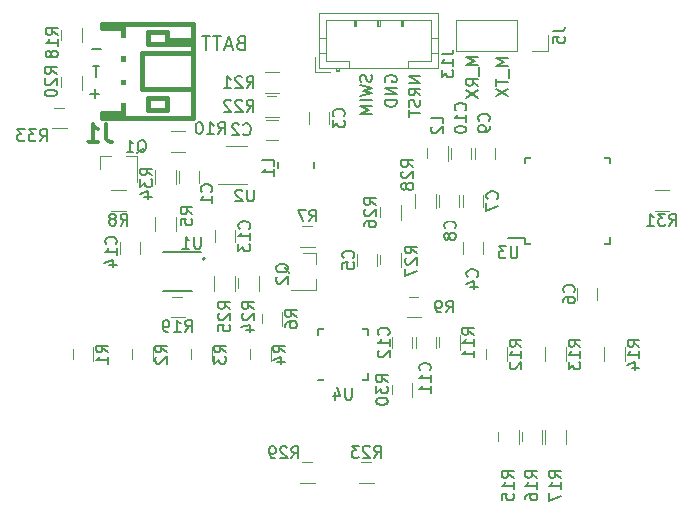
<source format=gbo>
G04 #@! TF.FileFunction,Legend,Bot*
%FSLAX46Y46*%
G04 Gerber Fmt 4.6, Leading zero omitted, Abs format (unit mm)*
G04 Created by KiCad (PCBNEW 4.0.7-e2-6376~58~ubuntu16.04.1) date Wed Aug 29 00:33:05 2018*
%MOMM*%
%LPD*%
G01*
G04 APERTURE LIST*
%ADD10C,0.100000*%
%ADD11C,0.200000*%
%ADD12C,0.150000*%
%ADD13C,0.120000*%
%ADD14C,0.381000*%
%ADD15C,0.304800*%
%ADD16C,3.400000*%
%ADD17R,2.400000X2.400000*%
%ADD18C,2.400000*%
%ADD19R,1.150000X0.700000*%
%ADD20R,1.250000X0.700000*%
%ADD21R,0.700000X1.150000*%
%ADD22R,0.700000X1.250000*%
%ADD23R,3.000000X3.000000*%
%ADD24R,1.650000X1.400000*%
%ADD25R,1.400000X1.650000*%
%ADD26R,2.100000X2.100000*%
%ADD27O,2.100000X2.100000*%
%ADD28R,1.600000X2.100000*%
%ADD29O,1.600000X2.100000*%
%ADD30R,3.450000X1.540000*%
%ADD31R,1.700000X1.100000*%
%ADD32C,6.800000*%
%ADD33R,1.200000X1.300000*%
%ADD34R,1.300000X1.200000*%
%ADD35R,1.100000X1.700000*%
%ADD36R,1.050000X0.700000*%
%ADD37R,1.175000X1.640000*%
%ADD38R,1.460000X1.050000*%
%ADD39R,1.700000X0.650000*%
%ADD40R,0.650000X1.700000*%
%ADD41C,1.200000*%
%ADD42R,2.099260X1.598880*%
%ADD43O,2.099260X1.598880*%
%ADD44C,1.850000*%
%ADD45O,2.300000X1.600000*%
G04 APERTURE END LIST*
D10*
D11*
X41619048Y-67928571D02*
X42380953Y-67928571D01*
X42000001Y-67547619D02*
X42000001Y-68309524D01*
X42385714Y-65552381D02*
X41814285Y-65552381D01*
X42100000Y-66552381D02*
X42100000Y-65552381D01*
X41719048Y-64128571D02*
X42480953Y-64128571D01*
X74452381Y-64809524D02*
X73452381Y-64809524D01*
X74166667Y-65142858D01*
X73452381Y-65476191D01*
X74452381Y-65476191D01*
X74547619Y-65714286D02*
X74547619Y-66476191D01*
X74452381Y-67285715D02*
X73976190Y-66952381D01*
X74452381Y-66714286D02*
X73452381Y-66714286D01*
X73452381Y-67095239D01*
X73500000Y-67190477D01*
X73547619Y-67238096D01*
X73642857Y-67285715D01*
X73785714Y-67285715D01*
X73880952Y-67238096D01*
X73928571Y-67190477D01*
X73976190Y-67095239D01*
X73976190Y-66714286D01*
X73452381Y-67619048D02*
X74452381Y-68285715D01*
X73452381Y-68285715D02*
X74452381Y-67619048D01*
X76952381Y-64928571D02*
X75952381Y-64928571D01*
X76666667Y-65261905D01*
X75952381Y-65595238D01*
X76952381Y-65595238D01*
X77047619Y-65833333D02*
X77047619Y-66595238D01*
X75952381Y-66690476D02*
X75952381Y-67261905D01*
X76952381Y-66976190D02*
X75952381Y-66976190D01*
X75952381Y-67500000D02*
X76952381Y-68166667D01*
X75952381Y-68166667D02*
X76952381Y-67500000D01*
X51300000Y-81900000D02*
G75*
G03X51300000Y-81900000I-100000J0D01*
G01*
X65404762Y-66333334D02*
X65452381Y-66476191D01*
X65452381Y-66714287D01*
X65404762Y-66809525D01*
X65357143Y-66857144D01*
X65261905Y-66904763D01*
X65166667Y-66904763D01*
X65071429Y-66857144D01*
X65023810Y-66809525D01*
X64976190Y-66714287D01*
X64928571Y-66523810D01*
X64880952Y-66428572D01*
X64833333Y-66380953D01*
X64738095Y-66333334D01*
X64642857Y-66333334D01*
X64547619Y-66380953D01*
X64500000Y-66428572D01*
X64452381Y-66523810D01*
X64452381Y-66761906D01*
X64500000Y-66904763D01*
X64452381Y-67238096D02*
X65452381Y-67476191D01*
X64738095Y-67666668D01*
X65452381Y-67857144D01*
X64452381Y-68095239D01*
X65452381Y-68476191D02*
X64452381Y-68476191D01*
X65452381Y-68952381D02*
X64452381Y-68952381D01*
X65166667Y-69285715D01*
X64452381Y-69619048D01*
X65452381Y-69619048D01*
X66600000Y-66938096D02*
X66552381Y-66842858D01*
X66552381Y-66700001D01*
X66600000Y-66557143D01*
X66695238Y-66461905D01*
X66790476Y-66414286D01*
X66980952Y-66366667D01*
X67123810Y-66366667D01*
X67314286Y-66414286D01*
X67409524Y-66461905D01*
X67504762Y-66557143D01*
X67552381Y-66700001D01*
X67552381Y-66795239D01*
X67504762Y-66938096D01*
X67457143Y-66985715D01*
X67123810Y-66985715D01*
X67123810Y-66795239D01*
X67552381Y-67414286D02*
X66552381Y-67414286D01*
X67552381Y-67985715D01*
X66552381Y-67985715D01*
X67552381Y-68461905D02*
X66552381Y-68461905D01*
X66552381Y-68700000D01*
X66600000Y-68842858D01*
X66695238Y-68938096D01*
X66790476Y-68985715D01*
X66980952Y-69033334D01*
X67123810Y-69033334D01*
X67314286Y-68985715D01*
X67409524Y-68938096D01*
X67504762Y-68842858D01*
X67552381Y-68700000D01*
X67552381Y-68461905D01*
X69552381Y-66457143D02*
X68552381Y-66457143D01*
X69552381Y-67028572D01*
X68552381Y-67028572D01*
X69552381Y-68076191D02*
X69076190Y-67742857D01*
X69552381Y-67504762D02*
X68552381Y-67504762D01*
X68552381Y-67885715D01*
X68600000Y-67980953D01*
X68647619Y-68028572D01*
X68742857Y-68076191D01*
X68885714Y-68076191D01*
X68980952Y-68028572D01*
X69028571Y-67980953D01*
X69076190Y-67885715D01*
X69076190Y-67504762D01*
X69504762Y-68457143D02*
X69552381Y-68600000D01*
X69552381Y-68838096D01*
X69504762Y-68933334D01*
X69457143Y-68980953D01*
X69361905Y-69028572D01*
X69266667Y-69028572D01*
X69171429Y-68980953D01*
X69123810Y-68933334D01*
X69076190Y-68838096D01*
X69028571Y-68647619D01*
X68980952Y-68552381D01*
X68933333Y-68504762D01*
X68838095Y-68457143D01*
X68742857Y-68457143D01*
X68647619Y-68504762D01*
X68600000Y-68552381D01*
X68552381Y-68647619D01*
X68552381Y-68885715D01*
X68600000Y-69028572D01*
X68552381Y-69314286D02*
X68552381Y-69885715D01*
X69552381Y-69600000D02*
X68552381Y-69600000D01*
D12*
X65150000Y-92150000D02*
X65150000Y-91625000D01*
X60850000Y-87850000D02*
X60850000Y-88375000D01*
X65150000Y-87850000D02*
X65150000Y-88375000D01*
X60850000Y-92150000D02*
X61375000Y-92150000D01*
X60850000Y-87850000D02*
X61375000Y-87850000D01*
X65150000Y-87850000D02*
X64625000Y-87850000D01*
X65150000Y-92150000D02*
X64625000Y-92150000D01*
D13*
X50850000Y-74500000D02*
X50850000Y-75500000D01*
X49150000Y-75500000D02*
X49150000Y-74500000D01*
X56500000Y-70150000D02*
X57500000Y-70150000D01*
X57500000Y-71850000D02*
X56500000Y-71850000D01*
X61850000Y-69500000D02*
X61850000Y-70500000D01*
X60150000Y-70500000D02*
X60150000Y-69500000D01*
X73150000Y-81500000D02*
X73150000Y-80500000D01*
X74850000Y-80500000D02*
X74850000Y-81500000D01*
X64150000Y-82500000D02*
X64150000Y-81500000D01*
X65850000Y-81500000D02*
X65850000Y-82500000D01*
X82850000Y-85400000D02*
X82850000Y-84400000D01*
X84550000Y-84400000D02*
X84550000Y-85400000D01*
X73150000Y-77500000D02*
X73150000Y-76500000D01*
X74850000Y-76500000D02*
X74850000Y-77500000D01*
X71150000Y-77500000D02*
X71150000Y-76500000D01*
X72850000Y-76500000D02*
X72850000Y-77500000D01*
X75850000Y-72500000D02*
X75850000Y-73500000D01*
X74150000Y-73500000D02*
X74150000Y-72500000D01*
X73850000Y-72500000D02*
X73850000Y-73500000D01*
X72150000Y-73500000D02*
X72150000Y-72500000D01*
X69150000Y-89500000D02*
X69150000Y-88500000D01*
X70850000Y-88500000D02*
X70850000Y-89500000D01*
X67150000Y-89500000D02*
X67150000Y-88500000D01*
X68850000Y-88500000D02*
X68850000Y-89500000D01*
X72590000Y-64330000D02*
X72590000Y-61670000D01*
X77730000Y-64330000D02*
X72590000Y-64330000D01*
X77730000Y-61670000D02*
X72590000Y-61670000D01*
X77730000Y-64330000D02*
X77730000Y-61670000D01*
X79000000Y-64330000D02*
X80330000Y-64330000D01*
X80330000Y-64330000D02*
X80330000Y-63000000D01*
X60950000Y-65800000D02*
X60950000Y-61100000D01*
X60950000Y-61100000D02*
X71050000Y-61100000D01*
X71050000Y-61100000D02*
X71050000Y-65800000D01*
X71050000Y-65800000D02*
X60950000Y-65800000D01*
X63500000Y-65800000D02*
X63500000Y-65200000D01*
X63500000Y-65200000D02*
X61550000Y-65200000D01*
X61550000Y-65200000D02*
X61550000Y-61700000D01*
X61550000Y-61700000D02*
X70450000Y-61700000D01*
X70450000Y-61700000D02*
X70450000Y-65200000D01*
X70450000Y-65200000D02*
X68500000Y-65200000D01*
X68500000Y-65200000D02*
X68500000Y-65800000D01*
X60950000Y-64500000D02*
X61550000Y-64500000D01*
X60950000Y-63200000D02*
X61550000Y-63200000D01*
X71050000Y-64500000D02*
X70450000Y-64500000D01*
X71050000Y-63200000D02*
X70450000Y-63200000D01*
X62700000Y-65800000D02*
X62700000Y-66000000D01*
X62700000Y-66000000D02*
X62400000Y-66000000D01*
X62400000Y-66000000D02*
X62400000Y-65800000D01*
X62700000Y-65900000D02*
X62400000Y-65900000D01*
X63900000Y-61700000D02*
X63900000Y-62200000D01*
X63900000Y-62200000D02*
X64100000Y-62200000D01*
X64100000Y-62200000D02*
X64100000Y-61700000D01*
X64000000Y-61700000D02*
X64000000Y-62200000D01*
X65900000Y-61700000D02*
X65900000Y-62200000D01*
X65900000Y-62200000D02*
X66100000Y-62200000D01*
X66100000Y-62200000D02*
X66100000Y-61700000D01*
X66000000Y-61700000D02*
X66000000Y-62200000D01*
X67900000Y-61700000D02*
X67900000Y-62200000D01*
X67900000Y-62200000D02*
X68100000Y-62200000D01*
X68100000Y-62200000D02*
X68100000Y-61700000D01*
X68000000Y-61700000D02*
X68000000Y-62200000D01*
X61900000Y-66100000D02*
X60650000Y-66100000D01*
X60650000Y-66100000D02*
X60650000Y-64850000D01*
D12*
X57476000Y-74508000D02*
X57476000Y-73492000D01*
X60524000Y-74508000D02*
X60524000Y-73492000D01*
D13*
X71880000Y-73600000D02*
X71880000Y-72400000D01*
X70120000Y-72400000D02*
X70120000Y-73600000D01*
X42420000Y-73240000D02*
X43350000Y-73240000D01*
X45580000Y-73240000D02*
X44650000Y-73240000D01*
X45580000Y-73240000D02*
X45580000Y-75400000D01*
X42420000Y-73240000D02*
X42420000Y-74700000D01*
X60760000Y-81420000D02*
X60760000Y-82350000D01*
X60760000Y-84580000D02*
X60760000Y-83650000D01*
X60760000Y-84580000D02*
X58600000Y-84580000D01*
X60760000Y-81420000D02*
X59300000Y-81420000D01*
X40120000Y-89400000D02*
X40120000Y-90600000D01*
X41880000Y-90600000D02*
X41880000Y-89400000D01*
X45120000Y-89400000D02*
X45120000Y-90600000D01*
X46880000Y-90600000D02*
X46880000Y-89400000D01*
X50120000Y-89400000D02*
X50120000Y-90600000D01*
X51880000Y-90600000D02*
X51880000Y-89400000D01*
X55120000Y-89400000D02*
X55120000Y-90600000D01*
X56880000Y-90600000D02*
X56880000Y-89400000D01*
X48880000Y-79600000D02*
X48880000Y-78400000D01*
X47120000Y-78400000D02*
X47120000Y-79600000D01*
X56120000Y-86400000D02*
X56120000Y-87600000D01*
X57880000Y-87600000D02*
X57880000Y-86400000D01*
X60600000Y-79120000D02*
X59400000Y-79120000D01*
X59400000Y-80880000D02*
X60600000Y-80880000D01*
X44600000Y-76120000D02*
X43400000Y-76120000D01*
X43400000Y-77880000D02*
X44600000Y-77880000D01*
X69600000Y-85120000D02*
X68400000Y-85120000D01*
X68400000Y-86880000D02*
X69600000Y-86880000D01*
X49600000Y-71120000D02*
X48400000Y-71120000D01*
X48400000Y-72880000D02*
X49600000Y-72880000D01*
X71120000Y-88400000D02*
X71120000Y-89600000D01*
X72880000Y-89600000D02*
X72880000Y-88400000D01*
X75120000Y-89400000D02*
X75120000Y-90600000D01*
X76880000Y-90600000D02*
X76880000Y-89400000D01*
X80120000Y-89400000D02*
X80120000Y-90600000D01*
X81880000Y-90600000D02*
X81880000Y-89400000D01*
X85120000Y-89400000D02*
X85120000Y-90600000D01*
X86880000Y-90600000D02*
X86880000Y-89400000D01*
X76120000Y-96400000D02*
X76120000Y-97600000D01*
X77880000Y-97600000D02*
X77880000Y-96400000D01*
X78120000Y-96400000D02*
X78120000Y-97600000D01*
X79880000Y-97600000D02*
X79880000Y-96400000D01*
X80120000Y-96400000D02*
X80120000Y-97600000D01*
X81880000Y-97600000D02*
X81880000Y-96400000D01*
X39120000Y-62400000D02*
X39120000Y-63600000D01*
X40880000Y-63600000D02*
X40880000Y-62400000D01*
X49600000Y-85120000D02*
X48400000Y-85120000D01*
X48400000Y-86880000D02*
X49600000Y-86880000D01*
X39120000Y-66400000D02*
X39120000Y-67600000D01*
X40880000Y-67600000D02*
X40880000Y-66400000D01*
X56400000Y-69880000D02*
X57600000Y-69880000D01*
X57600000Y-68120000D02*
X56400000Y-68120000D01*
X57600000Y-66120000D02*
X56400000Y-66120000D01*
X56400000Y-67880000D02*
X57600000Y-67880000D01*
X65600000Y-99120000D02*
X64400000Y-99120000D01*
X64400000Y-100880000D02*
X65600000Y-100880000D01*
X55880000Y-84600000D02*
X55880000Y-83400000D01*
X54120000Y-83400000D02*
X54120000Y-84600000D01*
X53880000Y-84600000D02*
X53880000Y-83400000D01*
X52120000Y-83400000D02*
X52120000Y-84600000D01*
X67880000Y-78600000D02*
X67880000Y-77400000D01*
X66120000Y-77400000D02*
X66120000Y-78600000D01*
X67880000Y-82600000D02*
X67880000Y-81400000D01*
X66120000Y-81400000D02*
X66120000Y-82600000D01*
X70880000Y-77600000D02*
X70880000Y-76400000D01*
X69120000Y-76400000D02*
X69120000Y-77600000D01*
X59400000Y-100880000D02*
X60600000Y-100880000D01*
X60600000Y-99120000D02*
X59400000Y-99120000D01*
X68880000Y-93600000D02*
X68880000Y-92400000D01*
X67120000Y-92400000D02*
X67120000Y-93600000D01*
X90600000Y-76120000D02*
X89400000Y-76120000D01*
X89400000Y-77880000D02*
X90600000Y-77880000D01*
D12*
X50225000Y-84650000D02*
X47775000Y-84650000D01*
X50950000Y-81350000D02*
X47775000Y-81350000D01*
D13*
X53100000Y-72390000D02*
X54900000Y-72390000D01*
X54900000Y-75610000D02*
X52450000Y-75610000D01*
D12*
X78375000Y-80625000D02*
X78375000Y-80175000D01*
X85625000Y-80625000D02*
X85625000Y-80100000D01*
X85625000Y-73375000D02*
X85625000Y-73900000D01*
X78375000Y-73375000D02*
X78375000Y-73900000D01*
X78375000Y-80625000D02*
X78900000Y-80625000D01*
X78375000Y-73375000D02*
X78900000Y-73375000D01*
X85625000Y-73375000D02*
X85100000Y-73375000D01*
X85625000Y-80625000D02*
X85100000Y-80625000D01*
X78375000Y-80175000D02*
X77000000Y-80175000D01*
D14*
X48099560Y-63698760D02*
X50299200Y-63698760D01*
X50299200Y-63698760D02*
X50299200Y-63399040D01*
X50299200Y-63399040D02*
X48099560Y-63399040D01*
X44398780Y-61999500D02*
X44398780Y-70000500D01*
X45998980Y-64498860D02*
X45998980Y-67501140D01*
X50299200Y-61999500D02*
X50299200Y-70000500D01*
X45998980Y-67498600D02*
X50299200Y-67498600D01*
X45998980Y-64498860D02*
X50299200Y-64498860D01*
X48099560Y-68296160D02*
X46499360Y-68296160D01*
X48099560Y-69296920D02*
X48099560Y-68296160D01*
X46499360Y-69296920D02*
X48099560Y-69296920D01*
X46499360Y-68296160D02*
X46499360Y-69296920D01*
X46499360Y-62698000D02*
X46499360Y-63698760D01*
X46499360Y-63698760D02*
X48099560Y-63698760D01*
X48099560Y-63698760D02*
X48099560Y-62698000D01*
X48099560Y-62698000D02*
X46499360Y-62698000D01*
X42600460Y-69799840D02*
X44398780Y-69799840D01*
X42600460Y-62200160D02*
X44398780Y-62200160D01*
X50299200Y-70000500D02*
X42600460Y-70000500D01*
X42600460Y-70000500D02*
X42600460Y-69601720D01*
X42600460Y-69601720D02*
X44398780Y-69601720D01*
X44398780Y-62398280D02*
X42600460Y-62398280D01*
X42600460Y-62398280D02*
X42600460Y-61999500D01*
X42600460Y-61999500D02*
X50299200Y-61999500D01*
D13*
X39600000Y-69120000D02*
X38400000Y-69120000D01*
X38400000Y-70880000D02*
X39600000Y-70880000D01*
X53850000Y-79500000D02*
X53850000Y-80500000D01*
X52150000Y-80500000D02*
X52150000Y-79500000D01*
X45850000Y-80500000D02*
X45850000Y-81500000D01*
X44150000Y-81500000D02*
X44150000Y-80500000D01*
X47120000Y-74400000D02*
X47120000Y-75600000D01*
X48880000Y-75600000D02*
X48880000Y-74400000D01*
D12*
X63761905Y-92827381D02*
X63761905Y-93636905D01*
X63714286Y-93732143D01*
X63666667Y-93779762D01*
X63571429Y-93827381D01*
X63380952Y-93827381D01*
X63285714Y-93779762D01*
X63238095Y-93732143D01*
X63190476Y-93636905D01*
X63190476Y-92827381D01*
X62285714Y-93160714D02*
X62285714Y-93827381D01*
X62523810Y-92779762D02*
X62761905Y-93494048D01*
X62142857Y-93494048D01*
X51857143Y-76233334D02*
X51904762Y-76185715D01*
X51952381Y-76042858D01*
X51952381Y-75947620D01*
X51904762Y-75804762D01*
X51809524Y-75709524D01*
X51714286Y-75661905D01*
X51523810Y-75614286D01*
X51380952Y-75614286D01*
X51190476Y-75661905D01*
X51095238Y-75709524D01*
X51000000Y-75804762D01*
X50952381Y-75947620D01*
X50952381Y-76042858D01*
X51000000Y-76185715D01*
X51047619Y-76233334D01*
X51952381Y-77185715D02*
X51952381Y-76614286D01*
X51952381Y-76900000D02*
X50952381Y-76900000D01*
X51095238Y-76804762D01*
X51190476Y-76709524D01*
X51238095Y-76614286D01*
X54566666Y-71357143D02*
X54614285Y-71404762D01*
X54757142Y-71452381D01*
X54852380Y-71452381D01*
X54995238Y-71404762D01*
X55090476Y-71309524D01*
X55138095Y-71214286D01*
X55185714Y-71023810D01*
X55185714Y-70880952D01*
X55138095Y-70690476D01*
X55090476Y-70595238D01*
X54995238Y-70500000D01*
X54852380Y-70452381D01*
X54757142Y-70452381D01*
X54614285Y-70500000D01*
X54566666Y-70547619D01*
X54185714Y-70547619D02*
X54138095Y-70500000D01*
X54042857Y-70452381D01*
X53804761Y-70452381D01*
X53709523Y-70500000D01*
X53661904Y-70547619D01*
X53614285Y-70642857D01*
X53614285Y-70738095D01*
X53661904Y-70880952D01*
X54233333Y-71452381D01*
X53614285Y-71452381D01*
X63057143Y-69833334D02*
X63104762Y-69785715D01*
X63152381Y-69642858D01*
X63152381Y-69547620D01*
X63104762Y-69404762D01*
X63009524Y-69309524D01*
X62914286Y-69261905D01*
X62723810Y-69214286D01*
X62580952Y-69214286D01*
X62390476Y-69261905D01*
X62295238Y-69309524D01*
X62200000Y-69404762D01*
X62152381Y-69547620D01*
X62152381Y-69642858D01*
X62200000Y-69785715D01*
X62247619Y-69833334D01*
X62152381Y-70166667D02*
X62152381Y-70785715D01*
X62533333Y-70452381D01*
X62533333Y-70595239D01*
X62580952Y-70690477D01*
X62628571Y-70738096D01*
X62723810Y-70785715D01*
X62961905Y-70785715D01*
X63057143Y-70738096D01*
X63104762Y-70690477D01*
X63152381Y-70595239D01*
X63152381Y-70309524D01*
X63104762Y-70214286D01*
X63057143Y-70166667D01*
X74357143Y-83433334D02*
X74404762Y-83385715D01*
X74452381Y-83242858D01*
X74452381Y-83147620D01*
X74404762Y-83004762D01*
X74309524Y-82909524D01*
X74214286Y-82861905D01*
X74023810Y-82814286D01*
X73880952Y-82814286D01*
X73690476Y-82861905D01*
X73595238Y-82909524D01*
X73500000Y-83004762D01*
X73452381Y-83147620D01*
X73452381Y-83242858D01*
X73500000Y-83385715D01*
X73547619Y-83433334D01*
X73785714Y-84290477D02*
X74452381Y-84290477D01*
X73404762Y-84052381D02*
X74119048Y-83814286D01*
X74119048Y-84433334D01*
X63857143Y-81833334D02*
X63904762Y-81785715D01*
X63952381Y-81642858D01*
X63952381Y-81547620D01*
X63904762Y-81404762D01*
X63809524Y-81309524D01*
X63714286Y-81261905D01*
X63523810Y-81214286D01*
X63380952Y-81214286D01*
X63190476Y-81261905D01*
X63095238Y-81309524D01*
X63000000Y-81404762D01*
X62952381Y-81547620D01*
X62952381Y-81642858D01*
X63000000Y-81785715D01*
X63047619Y-81833334D01*
X62952381Y-82738096D02*
X62952381Y-82261905D01*
X63428571Y-82214286D01*
X63380952Y-82261905D01*
X63333333Y-82357143D01*
X63333333Y-82595239D01*
X63380952Y-82690477D01*
X63428571Y-82738096D01*
X63523810Y-82785715D01*
X63761905Y-82785715D01*
X63857143Y-82738096D01*
X63904762Y-82690477D01*
X63952381Y-82595239D01*
X63952381Y-82357143D01*
X63904762Y-82261905D01*
X63857143Y-82214286D01*
X82557143Y-84733334D02*
X82604762Y-84685715D01*
X82652381Y-84542858D01*
X82652381Y-84447620D01*
X82604762Y-84304762D01*
X82509524Y-84209524D01*
X82414286Y-84161905D01*
X82223810Y-84114286D01*
X82080952Y-84114286D01*
X81890476Y-84161905D01*
X81795238Y-84209524D01*
X81700000Y-84304762D01*
X81652381Y-84447620D01*
X81652381Y-84542858D01*
X81700000Y-84685715D01*
X81747619Y-84733334D01*
X81652381Y-85590477D02*
X81652381Y-85400000D01*
X81700000Y-85304762D01*
X81747619Y-85257143D01*
X81890476Y-85161905D01*
X82080952Y-85114286D01*
X82461905Y-85114286D01*
X82557143Y-85161905D01*
X82604762Y-85209524D01*
X82652381Y-85304762D01*
X82652381Y-85495239D01*
X82604762Y-85590477D01*
X82557143Y-85638096D01*
X82461905Y-85685715D01*
X82223810Y-85685715D01*
X82128571Y-85638096D01*
X82080952Y-85590477D01*
X82033333Y-85495239D01*
X82033333Y-85304762D01*
X82080952Y-85209524D01*
X82128571Y-85161905D01*
X82223810Y-85114286D01*
X76057143Y-76833334D02*
X76104762Y-76785715D01*
X76152381Y-76642858D01*
X76152381Y-76547620D01*
X76104762Y-76404762D01*
X76009524Y-76309524D01*
X75914286Y-76261905D01*
X75723810Y-76214286D01*
X75580952Y-76214286D01*
X75390476Y-76261905D01*
X75295238Y-76309524D01*
X75200000Y-76404762D01*
X75152381Y-76547620D01*
X75152381Y-76642858D01*
X75200000Y-76785715D01*
X75247619Y-76833334D01*
X75152381Y-77166667D02*
X75152381Y-77833334D01*
X76152381Y-77404762D01*
X72457143Y-79333334D02*
X72504762Y-79285715D01*
X72552381Y-79142858D01*
X72552381Y-79047620D01*
X72504762Y-78904762D01*
X72409524Y-78809524D01*
X72314286Y-78761905D01*
X72123810Y-78714286D01*
X71980952Y-78714286D01*
X71790476Y-78761905D01*
X71695238Y-78809524D01*
X71600000Y-78904762D01*
X71552381Y-79047620D01*
X71552381Y-79142858D01*
X71600000Y-79285715D01*
X71647619Y-79333334D01*
X71980952Y-79904762D02*
X71933333Y-79809524D01*
X71885714Y-79761905D01*
X71790476Y-79714286D01*
X71742857Y-79714286D01*
X71647619Y-79761905D01*
X71600000Y-79809524D01*
X71552381Y-79904762D01*
X71552381Y-80095239D01*
X71600000Y-80190477D01*
X71647619Y-80238096D01*
X71742857Y-80285715D01*
X71790476Y-80285715D01*
X71885714Y-80238096D01*
X71933333Y-80190477D01*
X71980952Y-80095239D01*
X71980952Y-79904762D01*
X72028571Y-79809524D01*
X72076190Y-79761905D01*
X72171429Y-79714286D01*
X72361905Y-79714286D01*
X72457143Y-79761905D01*
X72504762Y-79809524D01*
X72552381Y-79904762D01*
X72552381Y-80095239D01*
X72504762Y-80190477D01*
X72457143Y-80238096D01*
X72361905Y-80285715D01*
X72171429Y-80285715D01*
X72076190Y-80238096D01*
X72028571Y-80190477D01*
X71980952Y-80095239D01*
X75357143Y-70233334D02*
X75404762Y-70185715D01*
X75452381Y-70042858D01*
X75452381Y-69947620D01*
X75404762Y-69804762D01*
X75309524Y-69709524D01*
X75214286Y-69661905D01*
X75023810Y-69614286D01*
X74880952Y-69614286D01*
X74690476Y-69661905D01*
X74595238Y-69709524D01*
X74500000Y-69804762D01*
X74452381Y-69947620D01*
X74452381Y-70042858D01*
X74500000Y-70185715D01*
X74547619Y-70233334D01*
X75452381Y-70709524D02*
X75452381Y-70900000D01*
X75404762Y-70995239D01*
X75357143Y-71042858D01*
X75214286Y-71138096D01*
X75023810Y-71185715D01*
X74642857Y-71185715D01*
X74547619Y-71138096D01*
X74500000Y-71090477D01*
X74452381Y-70995239D01*
X74452381Y-70804762D01*
X74500000Y-70709524D01*
X74547619Y-70661905D01*
X74642857Y-70614286D01*
X74880952Y-70614286D01*
X74976190Y-70661905D01*
X75023810Y-70709524D01*
X75071429Y-70804762D01*
X75071429Y-70995239D01*
X75023810Y-71090477D01*
X74976190Y-71138096D01*
X74880952Y-71185715D01*
X73357143Y-69357143D02*
X73404762Y-69309524D01*
X73452381Y-69166667D01*
X73452381Y-69071429D01*
X73404762Y-68928571D01*
X73309524Y-68833333D01*
X73214286Y-68785714D01*
X73023810Y-68738095D01*
X72880952Y-68738095D01*
X72690476Y-68785714D01*
X72595238Y-68833333D01*
X72500000Y-68928571D01*
X72452381Y-69071429D01*
X72452381Y-69166667D01*
X72500000Y-69309524D01*
X72547619Y-69357143D01*
X73452381Y-70309524D02*
X73452381Y-69738095D01*
X73452381Y-70023809D02*
X72452381Y-70023809D01*
X72595238Y-69928571D01*
X72690476Y-69833333D01*
X72738095Y-69738095D01*
X72452381Y-70928571D02*
X72452381Y-71023810D01*
X72500000Y-71119048D01*
X72547619Y-71166667D01*
X72642857Y-71214286D01*
X72833333Y-71261905D01*
X73071429Y-71261905D01*
X73261905Y-71214286D01*
X73357143Y-71166667D01*
X73404762Y-71119048D01*
X73452381Y-71023810D01*
X73452381Y-70928571D01*
X73404762Y-70833333D01*
X73357143Y-70785714D01*
X73261905Y-70738095D01*
X73071429Y-70690476D01*
X72833333Y-70690476D01*
X72642857Y-70738095D01*
X72547619Y-70785714D01*
X72500000Y-70833333D01*
X72452381Y-70928571D01*
X70357143Y-91357143D02*
X70404762Y-91309524D01*
X70452381Y-91166667D01*
X70452381Y-91071429D01*
X70404762Y-90928571D01*
X70309524Y-90833333D01*
X70214286Y-90785714D01*
X70023810Y-90738095D01*
X69880952Y-90738095D01*
X69690476Y-90785714D01*
X69595238Y-90833333D01*
X69500000Y-90928571D01*
X69452381Y-91071429D01*
X69452381Y-91166667D01*
X69500000Y-91309524D01*
X69547619Y-91357143D01*
X70452381Y-92309524D02*
X70452381Y-91738095D01*
X70452381Y-92023809D02*
X69452381Y-92023809D01*
X69595238Y-91928571D01*
X69690476Y-91833333D01*
X69738095Y-91738095D01*
X70452381Y-93261905D02*
X70452381Y-92690476D01*
X70452381Y-92976190D02*
X69452381Y-92976190D01*
X69595238Y-92880952D01*
X69690476Y-92785714D01*
X69738095Y-92690476D01*
X66857143Y-88357143D02*
X66904762Y-88309524D01*
X66952381Y-88166667D01*
X66952381Y-88071429D01*
X66904762Y-87928571D01*
X66809524Y-87833333D01*
X66714286Y-87785714D01*
X66523810Y-87738095D01*
X66380952Y-87738095D01*
X66190476Y-87785714D01*
X66095238Y-87833333D01*
X66000000Y-87928571D01*
X65952381Y-88071429D01*
X65952381Y-88166667D01*
X66000000Y-88309524D01*
X66047619Y-88357143D01*
X66952381Y-89309524D02*
X66952381Y-88738095D01*
X66952381Y-89023809D02*
X65952381Y-89023809D01*
X66095238Y-88928571D01*
X66190476Y-88833333D01*
X66238095Y-88738095D01*
X66047619Y-89690476D02*
X66000000Y-89738095D01*
X65952381Y-89833333D01*
X65952381Y-90071429D01*
X66000000Y-90166667D01*
X66047619Y-90214286D01*
X66142857Y-90261905D01*
X66238095Y-90261905D01*
X66380952Y-90214286D01*
X66952381Y-89642857D01*
X66952381Y-90261905D01*
X80782381Y-62666667D02*
X81496667Y-62666667D01*
X81639524Y-62619047D01*
X81734762Y-62523809D01*
X81782381Y-62380952D01*
X81782381Y-62285714D01*
X80782381Y-63619048D02*
X80782381Y-63142857D01*
X81258571Y-63095238D01*
X81210952Y-63142857D01*
X81163333Y-63238095D01*
X81163333Y-63476191D01*
X81210952Y-63571429D01*
X81258571Y-63619048D01*
X81353810Y-63666667D01*
X81591905Y-63666667D01*
X81687143Y-63619048D01*
X81734762Y-63571429D01*
X81782381Y-63476191D01*
X81782381Y-63238095D01*
X81734762Y-63142857D01*
X81687143Y-63095238D01*
X71352381Y-64590477D02*
X72066667Y-64590477D01*
X72209524Y-64542857D01*
X72304762Y-64447619D01*
X72352381Y-64304762D01*
X72352381Y-64209524D01*
X72352381Y-65590477D02*
X72352381Y-65019048D01*
X72352381Y-65304762D02*
X71352381Y-65304762D01*
X71495238Y-65209524D01*
X71590476Y-65114286D01*
X71638095Y-65019048D01*
X71352381Y-65923810D02*
X71352381Y-66542858D01*
X71733333Y-66209524D01*
X71733333Y-66352382D01*
X71780952Y-66447620D01*
X71828571Y-66495239D01*
X71923810Y-66542858D01*
X72161905Y-66542858D01*
X72257143Y-66495239D01*
X72304762Y-66447620D01*
X72352381Y-66352382D01*
X72352381Y-66066667D01*
X72304762Y-65971429D01*
X72257143Y-65923810D01*
X57152381Y-74033334D02*
X57152381Y-73557143D01*
X56152381Y-73557143D01*
X57152381Y-74890477D02*
X57152381Y-74319048D01*
X57152381Y-74604762D02*
X56152381Y-74604762D01*
X56295238Y-74509524D01*
X56390476Y-74414286D01*
X56438095Y-74319048D01*
X71452381Y-70433334D02*
X71452381Y-69957143D01*
X70452381Y-69957143D01*
X70547619Y-70719048D02*
X70500000Y-70766667D01*
X70452381Y-70861905D01*
X70452381Y-71100001D01*
X70500000Y-71195239D01*
X70547619Y-71242858D01*
X70642857Y-71290477D01*
X70738095Y-71290477D01*
X70880952Y-71242858D01*
X71452381Y-70671429D01*
X71452381Y-71290477D01*
X45595238Y-72947619D02*
X45690476Y-72900000D01*
X45785714Y-72804762D01*
X45928571Y-72661905D01*
X46023810Y-72614286D01*
X46119048Y-72614286D01*
X46071429Y-72852381D02*
X46166667Y-72804762D01*
X46261905Y-72709524D01*
X46309524Y-72519048D01*
X46309524Y-72185714D01*
X46261905Y-71995238D01*
X46166667Y-71900000D01*
X46071429Y-71852381D01*
X45880952Y-71852381D01*
X45785714Y-71900000D01*
X45690476Y-71995238D01*
X45642857Y-72185714D01*
X45642857Y-72519048D01*
X45690476Y-72709524D01*
X45785714Y-72804762D01*
X45880952Y-72852381D01*
X46071429Y-72852381D01*
X44690476Y-72852381D02*
X45261905Y-72852381D01*
X44976191Y-72852381D02*
X44976191Y-71852381D01*
X45071429Y-71995238D01*
X45166667Y-72090476D01*
X45261905Y-72138095D01*
X58447619Y-83104762D02*
X58400000Y-83009524D01*
X58304762Y-82914286D01*
X58161905Y-82771429D01*
X58114286Y-82676190D01*
X58114286Y-82580952D01*
X58352381Y-82628571D02*
X58304762Y-82533333D01*
X58209524Y-82438095D01*
X58019048Y-82390476D01*
X57685714Y-82390476D01*
X57495238Y-82438095D01*
X57400000Y-82533333D01*
X57352381Y-82628571D01*
X57352381Y-82819048D01*
X57400000Y-82914286D01*
X57495238Y-83009524D01*
X57685714Y-83057143D01*
X58019048Y-83057143D01*
X58209524Y-83009524D01*
X58304762Y-82914286D01*
X58352381Y-82819048D01*
X58352381Y-82628571D01*
X57447619Y-83438095D02*
X57400000Y-83485714D01*
X57352381Y-83580952D01*
X57352381Y-83819048D01*
X57400000Y-83914286D01*
X57447619Y-83961905D01*
X57542857Y-84009524D01*
X57638095Y-84009524D01*
X57780952Y-83961905D01*
X58352381Y-83390476D01*
X58352381Y-84009524D01*
X43102381Y-89833334D02*
X42626190Y-89500000D01*
X43102381Y-89261905D02*
X42102381Y-89261905D01*
X42102381Y-89642858D01*
X42150000Y-89738096D01*
X42197619Y-89785715D01*
X42292857Y-89833334D01*
X42435714Y-89833334D01*
X42530952Y-89785715D01*
X42578571Y-89738096D01*
X42626190Y-89642858D01*
X42626190Y-89261905D01*
X43102381Y-90785715D02*
X43102381Y-90214286D01*
X43102381Y-90500000D02*
X42102381Y-90500000D01*
X42245238Y-90404762D01*
X42340476Y-90309524D01*
X42388095Y-90214286D01*
X48102381Y-89833334D02*
X47626190Y-89500000D01*
X48102381Y-89261905D02*
X47102381Y-89261905D01*
X47102381Y-89642858D01*
X47150000Y-89738096D01*
X47197619Y-89785715D01*
X47292857Y-89833334D01*
X47435714Y-89833334D01*
X47530952Y-89785715D01*
X47578571Y-89738096D01*
X47626190Y-89642858D01*
X47626190Y-89261905D01*
X47197619Y-90214286D02*
X47150000Y-90261905D01*
X47102381Y-90357143D01*
X47102381Y-90595239D01*
X47150000Y-90690477D01*
X47197619Y-90738096D01*
X47292857Y-90785715D01*
X47388095Y-90785715D01*
X47530952Y-90738096D01*
X48102381Y-90166667D01*
X48102381Y-90785715D01*
X53102381Y-89833334D02*
X52626190Y-89500000D01*
X53102381Y-89261905D02*
X52102381Y-89261905D01*
X52102381Y-89642858D01*
X52150000Y-89738096D01*
X52197619Y-89785715D01*
X52292857Y-89833334D01*
X52435714Y-89833334D01*
X52530952Y-89785715D01*
X52578571Y-89738096D01*
X52626190Y-89642858D01*
X52626190Y-89261905D01*
X52102381Y-90166667D02*
X52102381Y-90785715D01*
X52483333Y-90452381D01*
X52483333Y-90595239D01*
X52530952Y-90690477D01*
X52578571Y-90738096D01*
X52673810Y-90785715D01*
X52911905Y-90785715D01*
X53007143Y-90738096D01*
X53054762Y-90690477D01*
X53102381Y-90595239D01*
X53102381Y-90309524D01*
X53054762Y-90214286D01*
X53007143Y-90166667D01*
X58102381Y-89833334D02*
X57626190Y-89500000D01*
X58102381Y-89261905D02*
X57102381Y-89261905D01*
X57102381Y-89642858D01*
X57150000Y-89738096D01*
X57197619Y-89785715D01*
X57292857Y-89833334D01*
X57435714Y-89833334D01*
X57530952Y-89785715D01*
X57578571Y-89738096D01*
X57626190Y-89642858D01*
X57626190Y-89261905D01*
X57435714Y-90690477D02*
X58102381Y-90690477D01*
X57054762Y-90452381D02*
X57769048Y-90214286D01*
X57769048Y-90833334D01*
X50252381Y-78133334D02*
X49776190Y-77800000D01*
X50252381Y-77561905D02*
X49252381Y-77561905D01*
X49252381Y-77942858D01*
X49300000Y-78038096D01*
X49347619Y-78085715D01*
X49442857Y-78133334D01*
X49585714Y-78133334D01*
X49680952Y-78085715D01*
X49728571Y-78038096D01*
X49776190Y-77942858D01*
X49776190Y-77561905D01*
X49252381Y-79038096D02*
X49252381Y-78561905D01*
X49728571Y-78514286D01*
X49680952Y-78561905D01*
X49633333Y-78657143D01*
X49633333Y-78895239D01*
X49680952Y-78990477D01*
X49728571Y-79038096D01*
X49823810Y-79085715D01*
X50061905Y-79085715D01*
X50157143Y-79038096D01*
X50204762Y-78990477D01*
X50252381Y-78895239D01*
X50252381Y-78657143D01*
X50204762Y-78561905D01*
X50157143Y-78514286D01*
X59102381Y-86833334D02*
X58626190Y-86500000D01*
X59102381Y-86261905D02*
X58102381Y-86261905D01*
X58102381Y-86642858D01*
X58150000Y-86738096D01*
X58197619Y-86785715D01*
X58292857Y-86833334D01*
X58435714Y-86833334D01*
X58530952Y-86785715D01*
X58578571Y-86738096D01*
X58626190Y-86642858D01*
X58626190Y-86261905D01*
X58102381Y-87690477D02*
X58102381Y-87500000D01*
X58150000Y-87404762D01*
X58197619Y-87357143D01*
X58340476Y-87261905D01*
X58530952Y-87214286D01*
X58911905Y-87214286D01*
X59007143Y-87261905D01*
X59054762Y-87309524D01*
X59102381Y-87404762D01*
X59102381Y-87595239D01*
X59054762Y-87690477D01*
X59007143Y-87738096D01*
X58911905Y-87785715D01*
X58673810Y-87785715D01*
X58578571Y-87738096D01*
X58530952Y-87690477D01*
X58483333Y-87595239D01*
X58483333Y-87404762D01*
X58530952Y-87309524D01*
X58578571Y-87261905D01*
X58673810Y-87214286D01*
X60166666Y-78752381D02*
X60500000Y-78276190D01*
X60738095Y-78752381D02*
X60738095Y-77752381D01*
X60357142Y-77752381D01*
X60261904Y-77800000D01*
X60214285Y-77847619D01*
X60166666Y-77942857D01*
X60166666Y-78085714D01*
X60214285Y-78180952D01*
X60261904Y-78228571D01*
X60357142Y-78276190D01*
X60738095Y-78276190D01*
X59833333Y-77752381D02*
X59166666Y-77752381D01*
X59595238Y-78752381D01*
X44166666Y-79102381D02*
X44500000Y-78626190D01*
X44738095Y-79102381D02*
X44738095Y-78102381D01*
X44357142Y-78102381D01*
X44261904Y-78150000D01*
X44214285Y-78197619D01*
X44166666Y-78292857D01*
X44166666Y-78435714D01*
X44214285Y-78530952D01*
X44261904Y-78578571D01*
X44357142Y-78626190D01*
X44738095Y-78626190D01*
X43595238Y-78530952D02*
X43690476Y-78483333D01*
X43738095Y-78435714D01*
X43785714Y-78340476D01*
X43785714Y-78292857D01*
X43738095Y-78197619D01*
X43690476Y-78150000D01*
X43595238Y-78102381D01*
X43404761Y-78102381D01*
X43309523Y-78150000D01*
X43261904Y-78197619D01*
X43214285Y-78292857D01*
X43214285Y-78340476D01*
X43261904Y-78435714D01*
X43309523Y-78483333D01*
X43404761Y-78530952D01*
X43595238Y-78530952D01*
X43690476Y-78578571D01*
X43738095Y-78626190D01*
X43785714Y-78721429D01*
X43785714Y-78911905D01*
X43738095Y-79007143D01*
X43690476Y-79054762D01*
X43595238Y-79102381D01*
X43404761Y-79102381D01*
X43309523Y-79054762D01*
X43261904Y-79007143D01*
X43214285Y-78911905D01*
X43214285Y-78721429D01*
X43261904Y-78626190D01*
X43309523Y-78578571D01*
X43404761Y-78530952D01*
X71766666Y-86452381D02*
X72100000Y-85976190D01*
X72338095Y-86452381D02*
X72338095Y-85452381D01*
X71957142Y-85452381D01*
X71861904Y-85500000D01*
X71814285Y-85547619D01*
X71766666Y-85642857D01*
X71766666Y-85785714D01*
X71814285Y-85880952D01*
X71861904Y-85928571D01*
X71957142Y-85976190D01*
X72338095Y-85976190D01*
X71290476Y-86452381D02*
X71100000Y-86452381D01*
X71004761Y-86404762D01*
X70957142Y-86357143D01*
X70861904Y-86214286D01*
X70814285Y-86023810D01*
X70814285Y-85642857D01*
X70861904Y-85547619D01*
X70909523Y-85500000D01*
X71004761Y-85452381D01*
X71195238Y-85452381D01*
X71290476Y-85500000D01*
X71338095Y-85547619D01*
X71385714Y-85642857D01*
X71385714Y-85880952D01*
X71338095Y-85976190D01*
X71290476Y-86023810D01*
X71195238Y-86071429D01*
X71004761Y-86071429D01*
X70909523Y-86023810D01*
X70861904Y-85976190D01*
X70814285Y-85880952D01*
X52442857Y-71352381D02*
X52776191Y-70876190D01*
X53014286Y-71352381D02*
X53014286Y-70352381D01*
X52633333Y-70352381D01*
X52538095Y-70400000D01*
X52490476Y-70447619D01*
X52442857Y-70542857D01*
X52442857Y-70685714D01*
X52490476Y-70780952D01*
X52538095Y-70828571D01*
X52633333Y-70876190D01*
X53014286Y-70876190D01*
X51490476Y-71352381D02*
X52061905Y-71352381D01*
X51776191Y-71352381D02*
X51776191Y-70352381D01*
X51871429Y-70495238D01*
X51966667Y-70590476D01*
X52061905Y-70638095D01*
X50871429Y-70352381D02*
X50776190Y-70352381D01*
X50680952Y-70400000D01*
X50633333Y-70447619D01*
X50585714Y-70542857D01*
X50538095Y-70733333D01*
X50538095Y-70971429D01*
X50585714Y-71161905D01*
X50633333Y-71257143D01*
X50680952Y-71304762D01*
X50776190Y-71352381D01*
X50871429Y-71352381D01*
X50966667Y-71304762D01*
X51014286Y-71257143D01*
X51061905Y-71161905D01*
X51109524Y-70971429D01*
X51109524Y-70733333D01*
X51061905Y-70542857D01*
X51014286Y-70447619D01*
X50966667Y-70400000D01*
X50871429Y-70352381D01*
X74102381Y-88357143D02*
X73626190Y-88023809D01*
X74102381Y-87785714D02*
X73102381Y-87785714D01*
X73102381Y-88166667D01*
X73150000Y-88261905D01*
X73197619Y-88309524D01*
X73292857Y-88357143D01*
X73435714Y-88357143D01*
X73530952Y-88309524D01*
X73578571Y-88261905D01*
X73626190Y-88166667D01*
X73626190Y-87785714D01*
X74102381Y-89309524D02*
X74102381Y-88738095D01*
X74102381Y-89023809D02*
X73102381Y-89023809D01*
X73245238Y-88928571D01*
X73340476Y-88833333D01*
X73388095Y-88738095D01*
X74102381Y-90261905D02*
X74102381Y-89690476D01*
X74102381Y-89976190D02*
X73102381Y-89976190D01*
X73245238Y-89880952D01*
X73340476Y-89785714D01*
X73388095Y-89690476D01*
X78102381Y-89357143D02*
X77626190Y-89023809D01*
X78102381Y-88785714D02*
X77102381Y-88785714D01*
X77102381Y-89166667D01*
X77150000Y-89261905D01*
X77197619Y-89309524D01*
X77292857Y-89357143D01*
X77435714Y-89357143D01*
X77530952Y-89309524D01*
X77578571Y-89261905D01*
X77626190Y-89166667D01*
X77626190Y-88785714D01*
X78102381Y-90309524D02*
X78102381Y-89738095D01*
X78102381Y-90023809D02*
X77102381Y-90023809D01*
X77245238Y-89928571D01*
X77340476Y-89833333D01*
X77388095Y-89738095D01*
X77197619Y-90690476D02*
X77150000Y-90738095D01*
X77102381Y-90833333D01*
X77102381Y-91071429D01*
X77150000Y-91166667D01*
X77197619Y-91214286D01*
X77292857Y-91261905D01*
X77388095Y-91261905D01*
X77530952Y-91214286D01*
X78102381Y-90642857D01*
X78102381Y-91261905D01*
X83102381Y-89357143D02*
X82626190Y-89023809D01*
X83102381Y-88785714D02*
X82102381Y-88785714D01*
X82102381Y-89166667D01*
X82150000Y-89261905D01*
X82197619Y-89309524D01*
X82292857Y-89357143D01*
X82435714Y-89357143D01*
X82530952Y-89309524D01*
X82578571Y-89261905D01*
X82626190Y-89166667D01*
X82626190Y-88785714D01*
X83102381Y-90309524D02*
X83102381Y-89738095D01*
X83102381Y-90023809D02*
X82102381Y-90023809D01*
X82245238Y-89928571D01*
X82340476Y-89833333D01*
X82388095Y-89738095D01*
X82102381Y-90642857D02*
X82102381Y-91261905D01*
X82483333Y-90928571D01*
X82483333Y-91071429D01*
X82530952Y-91166667D01*
X82578571Y-91214286D01*
X82673810Y-91261905D01*
X82911905Y-91261905D01*
X83007143Y-91214286D01*
X83054762Y-91166667D01*
X83102381Y-91071429D01*
X83102381Y-90785714D01*
X83054762Y-90690476D01*
X83007143Y-90642857D01*
X88102381Y-89357143D02*
X87626190Y-89023809D01*
X88102381Y-88785714D02*
X87102381Y-88785714D01*
X87102381Y-89166667D01*
X87150000Y-89261905D01*
X87197619Y-89309524D01*
X87292857Y-89357143D01*
X87435714Y-89357143D01*
X87530952Y-89309524D01*
X87578571Y-89261905D01*
X87626190Y-89166667D01*
X87626190Y-88785714D01*
X88102381Y-90309524D02*
X88102381Y-89738095D01*
X88102381Y-90023809D02*
X87102381Y-90023809D01*
X87245238Y-89928571D01*
X87340476Y-89833333D01*
X87388095Y-89738095D01*
X87435714Y-91166667D02*
X88102381Y-91166667D01*
X87054762Y-90928571D02*
X87769048Y-90690476D01*
X87769048Y-91309524D01*
X77452381Y-100457143D02*
X76976190Y-100123809D01*
X77452381Y-99885714D02*
X76452381Y-99885714D01*
X76452381Y-100266667D01*
X76500000Y-100361905D01*
X76547619Y-100409524D01*
X76642857Y-100457143D01*
X76785714Y-100457143D01*
X76880952Y-100409524D01*
X76928571Y-100361905D01*
X76976190Y-100266667D01*
X76976190Y-99885714D01*
X77452381Y-101409524D02*
X77452381Y-100838095D01*
X77452381Y-101123809D02*
X76452381Y-101123809D01*
X76595238Y-101028571D01*
X76690476Y-100933333D01*
X76738095Y-100838095D01*
X76452381Y-102314286D02*
X76452381Y-101838095D01*
X76928571Y-101790476D01*
X76880952Y-101838095D01*
X76833333Y-101933333D01*
X76833333Y-102171429D01*
X76880952Y-102266667D01*
X76928571Y-102314286D01*
X77023810Y-102361905D01*
X77261905Y-102361905D01*
X77357143Y-102314286D01*
X77404762Y-102266667D01*
X77452381Y-102171429D01*
X77452381Y-101933333D01*
X77404762Y-101838095D01*
X77357143Y-101790476D01*
X79452381Y-100457143D02*
X78976190Y-100123809D01*
X79452381Y-99885714D02*
X78452381Y-99885714D01*
X78452381Y-100266667D01*
X78500000Y-100361905D01*
X78547619Y-100409524D01*
X78642857Y-100457143D01*
X78785714Y-100457143D01*
X78880952Y-100409524D01*
X78928571Y-100361905D01*
X78976190Y-100266667D01*
X78976190Y-99885714D01*
X79452381Y-101409524D02*
X79452381Y-100838095D01*
X79452381Y-101123809D02*
X78452381Y-101123809D01*
X78595238Y-101028571D01*
X78690476Y-100933333D01*
X78738095Y-100838095D01*
X78452381Y-102266667D02*
X78452381Y-102076190D01*
X78500000Y-101980952D01*
X78547619Y-101933333D01*
X78690476Y-101838095D01*
X78880952Y-101790476D01*
X79261905Y-101790476D01*
X79357143Y-101838095D01*
X79404762Y-101885714D01*
X79452381Y-101980952D01*
X79452381Y-102171429D01*
X79404762Y-102266667D01*
X79357143Y-102314286D01*
X79261905Y-102361905D01*
X79023810Y-102361905D01*
X78928571Y-102314286D01*
X78880952Y-102266667D01*
X78833333Y-102171429D01*
X78833333Y-101980952D01*
X78880952Y-101885714D01*
X78928571Y-101838095D01*
X79023810Y-101790476D01*
X81452381Y-100457143D02*
X80976190Y-100123809D01*
X81452381Y-99885714D02*
X80452381Y-99885714D01*
X80452381Y-100266667D01*
X80500000Y-100361905D01*
X80547619Y-100409524D01*
X80642857Y-100457143D01*
X80785714Y-100457143D01*
X80880952Y-100409524D01*
X80928571Y-100361905D01*
X80976190Y-100266667D01*
X80976190Y-99885714D01*
X81452381Y-101409524D02*
X81452381Y-100838095D01*
X81452381Y-101123809D02*
X80452381Y-101123809D01*
X80595238Y-101028571D01*
X80690476Y-100933333D01*
X80738095Y-100838095D01*
X80452381Y-101742857D02*
X80452381Y-102409524D01*
X81452381Y-101980952D01*
X38852381Y-62957143D02*
X38376190Y-62623809D01*
X38852381Y-62385714D02*
X37852381Y-62385714D01*
X37852381Y-62766667D01*
X37900000Y-62861905D01*
X37947619Y-62909524D01*
X38042857Y-62957143D01*
X38185714Y-62957143D01*
X38280952Y-62909524D01*
X38328571Y-62861905D01*
X38376190Y-62766667D01*
X38376190Y-62385714D01*
X38852381Y-63909524D02*
X38852381Y-63338095D01*
X38852381Y-63623809D02*
X37852381Y-63623809D01*
X37995238Y-63528571D01*
X38090476Y-63433333D01*
X38138095Y-63338095D01*
X38280952Y-64480952D02*
X38233333Y-64385714D01*
X38185714Y-64338095D01*
X38090476Y-64290476D01*
X38042857Y-64290476D01*
X37947619Y-64338095D01*
X37900000Y-64385714D01*
X37852381Y-64480952D01*
X37852381Y-64671429D01*
X37900000Y-64766667D01*
X37947619Y-64814286D01*
X38042857Y-64861905D01*
X38090476Y-64861905D01*
X38185714Y-64814286D01*
X38233333Y-64766667D01*
X38280952Y-64671429D01*
X38280952Y-64480952D01*
X38328571Y-64385714D01*
X38376190Y-64338095D01*
X38471429Y-64290476D01*
X38661905Y-64290476D01*
X38757143Y-64338095D01*
X38804762Y-64385714D01*
X38852381Y-64480952D01*
X38852381Y-64671429D01*
X38804762Y-64766667D01*
X38757143Y-64814286D01*
X38661905Y-64861905D01*
X38471429Y-64861905D01*
X38376190Y-64814286D01*
X38328571Y-64766667D01*
X38280952Y-64671429D01*
X49642857Y-88102381D02*
X49976191Y-87626190D01*
X50214286Y-88102381D02*
X50214286Y-87102381D01*
X49833333Y-87102381D01*
X49738095Y-87150000D01*
X49690476Y-87197619D01*
X49642857Y-87292857D01*
X49642857Y-87435714D01*
X49690476Y-87530952D01*
X49738095Y-87578571D01*
X49833333Y-87626190D01*
X50214286Y-87626190D01*
X48690476Y-88102381D02*
X49261905Y-88102381D01*
X48976191Y-88102381D02*
X48976191Y-87102381D01*
X49071429Y-87245238D01*
X49166667Y-87340476D01*
X49261905Y-87388095D01*
X48214286Y-88102381D02*
X48023810Y-88102381D01*
X47928571Y-88054762D01*
X47880952Y-88007143D01*
X47785714Y-87864286D01*
X47738095Y-87673810D01*
X47738095Y-87292857D01*
X47785714Y-87197619D01*
X47833333Y-87150000D01*
X47928571Y-87102381D01*
X48119048Y-87102381D01*
X48214286Y-87150000D01*
X48261905Y-87197619D01*
X48309524Y-87292857D01*
X48309524Y-87530952D01*
X48261905Y-87626190D01*
X48214286Y-87673810D01*
X48119048Y-87721429D01*
X47928571Y-87721429D01*
X47833333Y-87673810D01*
X47785714Y-87626190D01*
X47738095Y-87530952D01*
X38752381Y-66257143D02*
X38276190Y-65923809D01*
X38752381Y-65685714D02*
X37752381Y-65685714D01*
X37752381Y-66066667D01*
X37800000Y-66161905D01*
X37847619Y-66209524D01*
X37942857Y-66257143D01*
X38085714Y-66257143D01*
X38180952Y-66209524D01*
X38228571Y-66161905D01*
X38276190Y-66066667D01*
X38276190Y-65685714D01*
X37847619Y-66638095D02*
X37800000Y-66685714D01*
X37752381Y-66780952D01*
X37752381Y-67019048D01*
X37800000Y-67114286D01*
X37847619Y-67161905D01*
X37942857Y-67209524D01*
X38038095Y-67209524D01*
X38180952Y-67161905D01*
X38752381Y-66590476D01*
X38752381Y-67209524D01*
X37752381Y-67828571D02*
X37752381Y-67923810D01*
X37800000Y-68019048D01*
X37847619Y-68066667D01*
X37942857Y-68114286D01*
X38133333Y-68161905D01*
X38371429Y-68161905D01*
X38561905Y-68114286D01*
X38657143Y-68066667D01*
X38704762Y-68019048D01*
X38752381Y-67923810D01*
X38752381Y-67828571D01*
X38704762Y-67733333D01*
X38657143Y-67685714D01*
X38561905Y-67638095D01*
X38371429Y-67590476D01*
X38133333Y-67590476D01*
X37942857Y-67638095D01*
X37847619Y-67685714D01*
X37800000Y-67733333D01*
X37752381Y-67828571D01*
X54842857Y-67452381D02*
X55176191Y-66976190D01*
X55414286Y-67452381D02*
X55414286Y-66452381D01*
X55033333Y-66452381D01*
X54938095Y-66500000D01*
X54890476Y-66547619D01*
X54842857Y-66642857D01*
X54842857Y-66785714D01*
X54890476Y-66880952D01*
X54938095Y-66928571D01*
X55033333Y-66976190D01*
X55414286Y-66976190D01*
X54461905Y-66547619D02*
X54414286Y-66500000D01*
X54319048Y-66452381D01*
X54080952Y-66452381D01*
X53985714Y-66500000D01*
X53938095Y-66547619D01*
X53890476Y-66642857D01*
X53890476Y-66738095D01*
X53938095Y-66880952D01*
X54509524Y-67452381D01*
X53890476Y-67452381D01*
X52938095Y-67452381D02*
X53509524Y-67452381D01*
X53223810Y-67452381D02*
X53223810Y-66452381D01*
X53319048Y-66595238D01*
X53414286Y-66690476D01*
X53509524Y-66738095D01*
X54842857Y-69452381D02*
X55176191Y-68976190D01*
X55414286Y-69452381D02*
X55414286Y-68452381D01*
X55033333Y-68452381D01*
X54938095Y-68500000D01*
X54890476Y-68547619D01*
X54842857Y-68642857D01*
X54842857Y-68785714D01*
X54890476Y-68880952D01*
X54938095Y-68928571D01*
X55033333Y-68976190D01*
X55414286Y-68976190D01*
X54461905Y-68547619D02*
X54414286Y-68500000D01*
X54319048Y-68452381D01*
X54080952Y-68452381D01*
X53985714Y-68500000D01*
X53938095Y-68547619D01*
X53890476Y-68642857D01*
X53890476Y-68738095D01*
X53938095Y-68880952D01*
X54509524Y-69452381D01*
X53890476Y-69452381D01*
X53509524Y-68547619D02*
X53461905Y-68500000D01*
X53366667Y-68452381D01*
X53128571Y-68452381D01*
X53033333Y-68500000D01*
X52985714Y-68547619D01*
X52938095Y-68642857D01*
X52938095Y-68738095D01*
X52985714Y-68880952D01*
X53557143Y-69452381D01*
X52938095Y-69452381D01*
X65642857Y-98752381D02*
X65976191Y-98276190D01*
X66214286Y-98752381D02*
X66214286Y-97752381D01*
X65833333Y-97752381D01*
X65738095Y-97800000D01*
X65690476Y-97847619D01*
X65642857Y-97942857D01*
X65642857Y-98085714D01*
X65690476Y-98180952D01*
X65738095Y-98228571D01*
X65833333Y-98276190D01*
X66214286Y-98276190D01*
X65261905Y-97847619D02*
X65214286Y-97800000D01*
X65119048Y-97752381D01*
X64880952Y-97752381D01*
X64785714Y-97800000D01*
X64738095Y-97847619D01*
X64690476Y-97942857D01*
X64690476Y-98038095D01*
X64738095Y-98180952D01*
X65309524Y-98752381D01*
X64690476Y-98752381D01*
X64357143Y-97752381D02*
X63738095Y-97752381D01*
X64071429Y-98133333D01*
X63928571Y-98133333D01*
X63833333Y-98180952D01*
X63785714Y-98228571D01*
X63738095Y-98323810D01*
X63738095Y-98561905D01*
X63785714Y-98657143D01*
X63833333Y-98704762D01*
X63928571Y-98752381D01*
X64214286Y-98752381D01*
X64309524Y-98704762D01*
X64357143Y-98657143D01*
X55452381Y-86157143D02*
X54976190Y-85823809D01*
X55452381Y-85585714D02*
X54452381Y-85585714D01*
X54452381Y-85966667D01*
X54500000Y-86061905D01*
X54547619Y-86109524D01*
X54642857Y-86157143D01*
X54785714Y-86157143D01*
X54880952Y-86109524D01*
X54928571Y-86061905D01*
X54976190Y-85966667D01*
X54976190Y-85585714D01*
X54547619Y-86538095D02*
X54500000Y-86585714D01*
X54452381Y-86680952D01*
X54452381Y-86919048D01*
X54500000Y-87014286D01*
X54547619Y-87061905D01*
X54642857Y-87109524D01*
X54738095Y-87109524D01*
X54880952Y-87061905D01*
X55452381Y-86490476D01*
X55452381Y-87109524D01*
X54785714Y-87966667D02*
X55452381Y-87966667D01*
X54404762Y-87728571D02*
X55119048Y-87490476D01*
X55119048Y-88109524D01*
X53452381Y-86157143D02*
X52976190Y-85823809D01*
X53452381Y-85585714D02*
X52452381Y-85585714D01*
X52452381Y-85966667D01*
X52500000Y-86061905D01*
X52547619Y-86109524D01*
X52642857Y-86157143D01*
X52785714Y-86157143D01*
X52880952Y-86109524D01*
X52928571Y-86061905D01*
X52976190Y-85966667D01*
X52976190Y-85585714D01*
X52547619Y-86538095D02*
X52500000Y-86585714D01*
X52452381Y-86680952D01*
X52452381Y-86919048D01*
X52500000Y-87014286D01*
X52547619Y-87061905D01*
X52642857Y-87109524D01*
X52738095Y-87109524D01*
X52880952Y-87061905D01*
X53452381Y-86490476D01*
X53452381Y-87109524D01*
X52452381Y-88014286D02*
X52452381Y-87538095D01*
X52928571Y-87490476D01*
X52880952Y-87538095D01*
X52833333Y-87633333D01*
X52833333Y-87871429D01*
X52880952Y-87966667D01*
X52928571Y-88014286D01*
X53023810Y-88061905D01*
X53261905Y-88061905D01*
X53357143Y-88014286D01*
X53404762Y-87966667D01*
X53452381Y-87871429D01*
X53452381Y-87633333D01*
X53404762Y-87538095D01*
X53357143Y-87490476D01*
X65802381Y-77357143D02*
X65326190Y-77023809D01*
X65802381Y-76785714D02*
X64802381Y-76785714D01*
X64802381Y-77166667D01*
X64850000Y-77261905D01*
X64897619Y-77309524D01*
X64992857Y-77357143D01*
X65135714Y-77357143D01*
X65230952Y-77309524D01*
X65278571Y-77261905D01*
X65326190Y-77166667D01*
X65326190Y-76785714D01*
X64897619Y-77738095D02*
X64850000Y-77785714D01*
X64802381Y-77880952D01*
X64802381Y-78119048D01*
X64850000Y-78214286D01*
X64897619Y-78261905D01*
X64992857Y-78309524D01*
X65088095Y-78309524D01*
X65230952Y-78261905D01*
X65802381Y-77690476D01*
X65802381Y-78309524D01*
X64802381Y-79166667D02*
X64802381Y-78976190D01*
X64850000Y-78880952D01*
X64897619Y-78833333D01*
X65040476Y-78738095D01*
X65230952Y-78690476D01*
X65611905Y-78690476D01*
X65707143Y-78738095D01*
X65754762Y-78785714D01*
X65802381Y-78880952D01*
X65802381Y-79071429D01*
X65754762Y-79166667D01*
X65707143Y-79214286D01*
X65611905Y-79261905D01*
X65373810Y-79261905D01*
X65278571Y-79214286D01*
X65230952Y-79166667D01*
X65183333Y-79071429D01*
X65183333Y-78880952D01*
X65230952Y-78785714D01*
X65278571Y-78738095D01*
X65373810Y-78690476D01*
X69252381Y-81457143D02*
X68776190Y-81123809D01*
X69252381Y-80885714D02*
X68252381Y-80885714D01*
X68252381Y-81266667D01*
X68300000Y-81361905D01*
X68347619Y-81409524D01*
X68442857Y-81457143D01*
X68585714Y-81457143D01*
X68680952Y-81409524D01*
X68728571Y-81361905D01*
X68776190Y-81266667D01*
X68776190Y-80885714D01*
X68347619Y-81838095D02*
X68300000Y-81885714D01*
X68252381Y-81980952D01*
X68252381Y-82219048D01*
X68300000Y-82314286D01*
X68347619Y-82361905D01*
X68442857Y-82409524D01*
X68538095Y-82409524D01*
X68680952Y-82361905D01*
X69252381Y-81790476D01*
X69252381Y-82409524D01*
X68252381Y-82742857D02*
X68252381Y-83409524D01*
X69252381Y-82980952D01*
X68952381Y-74157143D02*
X68476190Y-73823809D01*
X68952381Y-73585714D02*
X67952381Y-73585714D01*
X67952381Y-73966667D01*
X68000000Y-74061905D01*
X68047619Y-74109524D01*
X68142857Y-74157143D01*
X68285714Y-74157143D01*
X68380952Y-74109524D01*
X68428571Y-74061905D01*
X68476190Y-73966667D01*
X68476190Y-73585714D01*
X68047619Y-74538095D02*
X68000000Y-74585714D01*
X67952381Y-74680952D01*
X67952381Y-74919048D01*
X68000000Y-75014286D01*
X68047619Y-75061905D01*
X68142857Y-75109524D01*
X68238095Y-75109524D01*
X68380952Y-75061905D01*
X68952381Y-74490476D01*
X68952381Y-75109524D01*
X68380952Y-75680952D02*
X68333333Y-75585714D01*
X68285714Y-75538095D01*
X68190476Y-75490476D01*
X68142857Y-75490476D01*
X68047619Y-75538095D01*
X68000000Y-75585714D01*
X67952381Y-75680952D01*
X67952381Y-75871429D01*
X68000000Y-75966667D01*
X68047619Y-76014286D01*
X68142857Y-76061905D01*
X68190476Y-76061905D01*
X68285714Y-76014286D01*
X68333333Y-75966667D01*
X68380952Y-75871429D01*
X68380952Y-75680952D01*
X68428571Y-75585714D01*
X68476190Y-75538095D01*
X68571429Y-75490476D01*
X68761905Y-75490476D01*
X68857143Y-75538095D01*
X68904762Y-75585714D01*
X68952381Y-75680952D01*
X68952381Y-75871429D01*
X68904762Y-75966667D01*
X68857143Y-76014286D01*
X68761905Y-76061905D01*
X68571429Y-76061905D01*
X68476190Y-76014286D01*
X68428571Y-75966667D01*
X68380952Y-75871429D01*
X58642857Y-98802381D02*
X58976191Y-98326190D01*
X59214286Y-98802381D02*
X59214286Y-97802381D01*
X58833333Y-97802381D01*
X58738095Y-97850000D01*
X58690476Y-97897619D01*
X58642857Y-97992857D01*
X58642857Y-98135714D01*
X58690476Y-98230952D01*
X58738095Y-98278571D01*
X58833333Y-98326190D01*
X59214286Y-98326190D01*
X58261905Y-97897619D02*
X58214286Y-97850000D01*
X58119048Y-97802381D01*
X57880952Y-97802381D01*
X57785714Y-97850000D01*
X57738095Y-97897619D01*
X57690476Y-97992857D01*
X57690476Y-98088095D01*
X57738095Y-98230952D01*
X58309524Y-98802381D01*
X57690476Y-98802381D01*
X57214286Y-98802381D02*
X57023810Y-98802381D01*
X56928571Y-98754762D01*
X56880952Y-98707143D01*
X56785714Y-98564286D01*
X56738095Y-98373810D01*
X56738095Y-97992857D01*
X56785714Y-97897619D01*
X56833333Y-97850000D01*
X56928571Y-97802381D01*
X57119048Y-97802381D01*
X57214286Y-97850000D01*
X57261905Y-97897619D01*
X57309524Y-97992857D01*
X57309524Y-98230952D01*
X57261905Y-98326190D01*
X57214286Y-98373810D01*
X57119048Y-98421429D01*
X56928571Y-98421429D01*
X56833333Y-98373810D01*
X56785714Y-98326190D01*
X56738095Y-98230952D01*
X66802381Y-92357143D02*
X66326190Y-92023809D01*
X66802381Y-91785714D02*
X65802381Y-91785714D01*
X65802381Y-92166667D01*
X65850000Y-92261905D01*
X65897619Y-92309524D01*
X65992857Y-92357143D01*
X66135714Y-92357143D01*
X66230952Y-92309524D01*
X66278571Y-92261905D01*
X66326190Y-92166667D01*
X66326190Y-91785714D01*
X65802381Y-92690476D02*
X65802381Y-93309524D01*
X66183333Y-92976190D01*
X66183333Y-93119048D01*
X66230952Y-93214286D01*
X66278571Y-93261905D01*
X66373810Y-93309524D01*
X66611905Y-93309524D01*
X66707143Y-93261905D01*
X66754762Y-93214286D01*
X66802381Y-93119048D01*
X66802381Y-92833333D01*
X66754762Y-92738095D01*
X66707143Y-92690476D01*
X65802381Y-93928571D02*
X65802381Y-94023810D01*
X65850000Y-94119048D01*
X65897619Y-94166667D01*
X65992857Y-94214286D01*
X66183333Y-94261905D01*
X66421429Y-94261905D01*
X66611905Y-94214286D01*
X66707143Y-94166667D01*
X66754762Y-94119048D01*
X66802381Y-94023810D01*
X66802381Y-93928571D01*
X66754762Y-93833333D01*
X66707143Y-93785714D01*
X66611905Y-93738095D01*
X66421429Y-93690476D01*
X66183333Y-93690476D01*
X65992857Y-93738095D01*
X65897619Y-93785714D01*
X65850000Y-93833333D01*
X65802381Y-93928571D01*
X90642857Y-79102381D02*
X90976191Y-78626190D01*
X91214286Y-79102381D02*
X91214286Y-78102381D01*
X90833333Y-78102381D01*
X90738095Y-78150000D01*
X90690476Y-78197619D01*
X90642857Y-78292857D01*
X90642857Y-78435714D01*
X90690476Y-78530952D01*
X90738095Y-78578571D01*
X90833333Y-78626190D01*
X91214286Y-78626190D01*
X90309524Y-78102381D02*
X89690476Y-78102381D01*
X90023810Y-78483333D01*
X89880952Y-78483333D01*
X89785714Y-78530952D01*
X89738095Y-78578571D01*
X89690476Y-78673810D01*
X89690476Y-78911905D01*
X89738095Y-79007143D01*
X89785714Y-79054762D01*
X89880952Y-79102381D01*
X90166667Y-79102381D01*
X90261905Y-79054762D01*
X90309524Y-79007143D01*
X88738095Y-79102381D02*
X89309524Y-79102381D01*
X89023810Y-79102381D02*
X89023810Y-78102381D01*
X89119048Y-78245238D01*
X89214286Y-78340476D01*
X89309524Y-78388095D01*
X50961905Y-80052381D02*
X50961905Y-80861905D01*
X50914286Y-80957143D01*
X50866667Y-81004762D01*
X50771429Y-81052381D01*
X50580952Y-81052381D01*
X50485714Y-81004762D01*
X50438095Y-80957143D01*
X50390476Y-80861905D01*
X50390476Y-80052381D01*
X49390476Y-81052381D02*
X49961905Y-81052381D01*
X49676191Y-81052381D02*
X49676191Y-80052381D01*
X49771429Y-80195238D01*
X49866667Y-80290476D01*
X49961905Y-80338095D01*
X55461905Y-76052381D02*
X55461905Y-76861905D01*
X55414286Y-76957143D01*
X55366667Y-77004762D01*
X55271429Y-77052381D01*
X55080952Y-77052381D01*
X54985714Y-77004762D01*
X54938095Y-76957143D01*
X54890476Y-76861905D01*
X54890476Y-76052381D01*
X54461905Y-76147619D02*
X54414286Y-76100000D01*
X54319048Y-76052381D01*
X54080952Y-76052381D01*
X53985714Y-76100000D01*
X53938095Y-76147619D01*
X53890476Y-76242857D01*
X53890476Y-76338095D01*
X53938095Y-76480952D01*
X54509524Y-77052381D01*
X53890476Y-77052381D01*
X77761905Y-80852381D02*
X77761905Y-81661905D01*
X77714286Y-81757143D01*
X77666667Y-81804762D01*
X77571429Y-81852381D01*
X77380952Y-81852381D01*
X77285714Y-81804762D01*
X77238095Y-81757143D01*
X77190476Y-81661905D01*
X77190476Y-80852381D01*
X76809524Y-80852381D02*
X76190476Y-80852381D01*
X76523810Y-81233333D01*
X76380952Y-81233333D01*
X76285714Y-81280952D01*
X76238095Y-81328571D01*
X76190476Y-81423810D01*
X76190476Y-81661905D01*
X76238095Y-81757143D01*
X76285714Y-81804762D01*
X76380952Y-81852381D01*
X76666667Y-81852381D01*
X76761905Y-81804762D01*
X76809524Y-81757143D01*
D15*
X42908000Y-70465429D02*
X42908000Y-71554000D01*
X42980572Y-71771714D01*
X43125715Y-71916857D01*
X43343429Y-71989429D01*
X43488572Y-71989429D01*
X41384000Y-71989429D02*
X42254857Y-71989429D01*
X41819429Y-71989429D02*
X41819429Y-70465429D01*
X41964572Y-70683143D01*
X42109714Y-70828286D01*
X42254857Y-70900857D01*
D11*
X54342857Y-63614286D02*
X54171428Y-63671429D01*
X54114285Y-63728571D01*
X54057142Y-63842857D01*
X54057142Y-64014286D01*
X54114285Y-64128571D01*
X54171428Y-64185714D01*
X54285714Y-64242857D01*
X54742857Y-64242857D01*
X54742857Y-63042857D01*
X54342857Y-63042857D01*
X54228571Y-63100000D01*
X54171428Y-63157143D01*
X54114285Y-63271429D01*
X54114285Y-63385714D01*
X54171428Y-63500000D01*
X54228571Y-63557143D01*
X54342857Y-63614286D01*
X54742857Y-63614286D01*
X53600000Y-63900000D02*
X53028571Y-63900000D01*
X53714285Y-64242857D02*
X53314285Y-63042857D01*
X52914285Y-64242857D01*
X52685714Y-63042857D02*
X52000000Y-63042857D01*
X52342857Y-64242857D02*
X52342857Y-63042857D01*
X51771428Y-63042857D02*
X51085714Y-63042857D01*
X51428571Y-64242857D02*
X51428571Y-63042857D01*
D12*
X37342857Y-71952381D02*
X37676191Y-71476190D01*
X37914286Y-71952381D02*
X37914286Y-70952381D01*
X37533333Y-70952381D01*
X37438095Y-71000000D01*
X37390476Y-71047619D01*
X37342857Y-71142857D01*
X37342857Y-71285714D01*
X37390476Y-71380952D01*
X37438095Y-71428571D01*
X37533333Y-71476190D01*
X37914286Y-71476190D01*
X37009524Y-70952381D02*
X36390476Y-70952381D01*
X36723810Y-71333333D01*
X36580952Y-71333333D01*
X36485714Y-71380952D01*
X36438095Y-71428571D01*
X36390476Y-71523810D01*
X36390476Y-71761905D01*
X36438095Y-71857143D01*
X36485714Y-71904762D01*
X36580952Y-71952381D01*
X36866667Y-71952381D01*
X36961905Y-71904762D01*
X37009524Y-71857143D01*
X36057143Y-70952381D02*
X35438095Y-70952381D01*
X35771429Y-71333333D01*
X35628571Y-71333333D01*
X35533333Y-71380952D01*
X35485714Y-71428571D01*
X35438095Y-71523810D01*
X35438095Y-71761905D01*
X35485714Y-71857143D01*
X35533333Y-71904762D01*
X35628571Y-71952381D01*
X35914286Y-71952381D01*
X36009524Y-71904762D01*
X36057143Y-71857143D01*
X55057143Y-79357143D02*
X55104762Y-79309524D01*
X55152381Y-79166667D01*
X55152381Y-79071429D01*
X55104762Y-78928571D01*
X55009524Y-78833333D01*
X54914286Y-78785714D01*
X54723810Y-78738095D01*
X54580952Y-78738095D01*
X54390476Y-78785714D01*
X54295238Y-78833333D01*
X54200000Y-78928571D01*
X54152381Y-79071429D01*
X54152381Y-79166667D01*
X54200000Y-79309524D01*
X54247619Y-79357143D01*
X55152381Y-80309524D02*
X55152381Y-79738095D01*
X55152381Y-80023809D02*
X54152381Y-80023809D01*
X54295238Y-79928571D01*
X54390476Y-79833333D01*
X54438095Y-79738095D01*
X54152381Y-80642857D02*
X54152381Y-81261905D01*
X54533333Y-80928571D01*
X54533333Y-81071429D01*
X54580952Y-81166667D01*
X54628571Y-81214286D01*
X54723810Y-81261905D01*
X54961905Y-81261905D01*
X55057143Y-81214286D01*
X55104762Y-81166667D01*
X55152381Y-81071429D01*
X55152381Y-80785714D01*
X55104762Y-80690476D01*
X55057143Y-80642857D01*
X43757143Y-80657143D02*
X43804762Y-80609524D01*
X43852381Y-80466667D01*
X43852381Y-80371429D01*
X43804762Y-80228571D01*
X43709524Y-80133333D01*
X43614286Y-80085714D01*
X43423810Y-80038095D01*
X43280952Y-80038095D01*
X43090476Y-80085714D01*
X42995238Y-80133333D01*
X42900000Y-80228571D01*
X42852381Y-80371429D01*
X42852381Y-80466667D01*
X42900000Y-80609524D01*
X42947619Y-80657143D01*
X43852381Y-81609524D02*
X43852381Y-81038095D01*
X43852381Y-81323809D02*
X42852381Y-81323809D01*
X42995238Y-81228571D01*
X43090476Y-81133333D01*
X43138095Y-81038095D01*
X43185714Y-82466667D02*
X43852381Y-82466667D01*
X42804762Y-82228571D02*
X43519048Y-81990476D01*
X43519048Y-82609524D01*
X46852381Y-74857143D02*
X46376190Y-74523809D01*
X46852381Y-74285714D02*
X45852381Y-74285714D01*
X45852381Y-74666667D01*
X45900000Y-74761905D01*
X45947619Y-74809524D01*
X46042857Y-74857143D01*
X46185714Y-74857143D01*
X46280952Y-74809524D01*
X46328571Y-74761905D01*
X46376190Y-74666667D01*
X46376190Y-74285714D01*
X45852381Y-75190476D02*
X45852381Y-75809524D01*
X46233333Y-75476190D01*
X46233333Y-75619048D01*
X46280952Y-75714286D01*
X46328571Y-75761905D01*
X46423810Y-75809524D01*
X46661905Y-75809524D01*
X46757143Y-75761905D01*
X46804762Y-75714286D01*
X46852381Y-75619048D01*
X46852381Y-75333333D01*
X46804762Y-75238095D01*
X46757143Y-75190476D01*
X46185714Y-76666667D02*
X46852381Y-76666667D01*
X45804762Y-76428571D02*
X46519048Y-76190476D01*
X46519048Y-76809524D01*
%LPC*%
D16*
X40127000Y-82699000D03*
X40000000Y-78000000D03*
X40127000Y-73301000D03*
X30475000Y-84604000D03*
X30475000Y-71396000D03*
D17*
X39000000Y-99000000D03*
D18*
X51000000Y-99000000D03*
X51000000Y-104000000D03*
X39000000Y-104000000D03*
D19*
X61050000Y-91250000D03*
D20*
X61050000Y-90750000D03*
X61050000Y-90250000D03*
X61050000Y-89750000D03*
X61050000Y-89250000D03*
D19*
X61050000Y-88750000D03*
D21*
X61750000Y-88050000D03*
D22*
X62250000Y-88050000D03*
X62750000Y-88050000D03*
X63250000Y-88050000D03*
X63750000Y-88050000D03*
D21*
X64250000Y-88050000D03*
D19*
X64950000Y-88750000D03*
D20*
X64950000Y-89250000D03*
X64950000Y-89750000D03*
X64950000Y-90250000D03*
X64950000Y-90750000D03*
D19*
X64950000Y-91250000D03*
D21*
X64250000Y-91950000D03*
D22*
X63750000Y-91950000D03*
X63250000Y-91950000D03*
X62750000Y-91950000D03*
X62250000Y-91950000D03*
D21*
X61750000Y-91950000D03*
D23*
X63000000Y-90000000D03*
D24*
X50000000Y-76000000D03*
X50000000Y-74000000D03*
D25*
X58000000Y-71000000D03*
X56000000Y-71000000D03*
D24*
X61000000Y-71000000D03*
X61000000Y-69000000D03*
X74000000Y-80000000D03*
X74000000Y-82000000D03*
X65000000Y-81000000D03*
X65000000Y-83000000D03*
X83700000Y-83900000D03*
X83700000Y-85900000D03*
X74000000Y-76000000D03*
X74000000Y-78000000D03*
X72000000Y-76000000D03*
X72000000Y-78000000D03*
X75000000Y-74000000D03*
X75000000Y-72000000D03*
X73000000Y-74000000D03*
X73000000Y-72000000D03*
X70000000Y-88000000D03*
X70000000Y-90000000D03*
X68000000Y-88000000D03*
X68000000Y-90000000D03*
D26*
X79000000Y-63000000D03*
D27*
X76460000Y-63000000D03*
X73920000Y-63000000D03*
D28*
X63000000Y-64000000D03*
D29*
X65000000Y-64000000D03*
X67000000Y-64000000D03*
X69000000Y-64000000D03*
D30*
X59000000Y-75080000D03*
X59000000Y-72920000D03*
D31*
X71000000Y-72050000D03*
X71000000Y-73950000D03*
D32*
X94000000Y-64000000D03*
X32000000Y-106000000D03*
X32000000Y-64000000D03*
X94000000Y-106000000D03*
D33*
X44950000Y-75000000D03*
X43050000Y-75000000D03*
X44000000Y-73000000D03*
D34*
X59000000Y-83950000D03*
X59000000Y-82050000D03*
X61000000Y-83000000D03*
D31*
X41000000Y-90950000D03*
X41000000Y-89050000D03*
X46000000Y-90950000D03*
X46000000Y-89050000D03*
X51000000Y-90950000D03*
X51000000Y-89050000D03*
X56000000Y-90950000D03*
X56000000Y-89050000D03*
X48000000Y-78050000D03*
X48000000Y-79950000D03*
X57000000Y-87950000D03*
X57000000Y-86050000D03*
D35*
X59050000Y-80000000D03*
X60950000Y-80000000D03*
X43050000Y-77000000D03*
X44950000Y-77000000D03*
X68050000Y-86000000D03*
X69950000Y-86000000D03*
X48050000Y-72000000D03*
X49950000Y-72000000D03*
D31*
X72000000Y-89950000D03*
X72000000Y-88050000D03*
X76000000Y-90950000D03*
X76000000Y-89050000D03*
X81000000Y-90950000D03*
X81000000Y-89050000D03*
X86000000Y-90950000D03*
X86000000Y-89050000D03*
X77000000Y-97950000D03*
X77000000Y-96050000D03*
X79000000Y-97950000D03*
X79000000Y-96050000D03*
X81000000Y-97950000D03*
X81000000Y-96050000D03*
X40000000Y-63950000D03*
X40000000Y-62050000D03*
D35*
X48050000Y-86000000D03*
X49950000Y-86000000D03*
D31*
X40000000Y-67950000D03*
X40000000Y-66050000D03*
D35*
X57950000Y-69000000D03*
X56050000Y-69000000D03*
X56050000Y-67000000D03*
X57950000Y-67000000D03*
X64050000Y-100000000D03*
X65950000Y-100000000D03*
D31*
X55000000Y-83050000D03*
X55000000Y-84950000D03*
X53000000Y-83050000D03*
X53000000Y-84950000D03*
X67000000Y-77050000D03*
X67000000Y-78950000D03*
X67000000Y-81050000D03*
X67000000Y-82950000D03*
X70000000Y-76050000D03*
X70000000Y-77950000D03*
D35*
X60950000Y-100000000D03*
X59050000Y-100000000D03*
D31*
X68000000Y-92050000D03*
X68000000Y-93950000D03*
D35*
X89050000Y-77000000D03*
X90950000Y-77000000D03*
D26*
X70000000Y-101000000D03*
D27*
X70000000Y-103540000D03*
D36*
X50550000Y-82000000D03*
X50550000Y-82500000D03*
X50550000Y-83000000D03*
X50550000Y-83500000D03*
X50550000Y-84000000D03*
X47450000Y-84000000D03*
X47450000Y-83500000D03*
X47450000Y-83000000D03*
X47450000Y-82500000D03*
X47450000Y-82000000D03*
D37*
X48612500Y-83620000D03*
X48612500Y-82380000D03*
X49387500Y-83620000D03*
X49387500Y-82380000D03*
D38*
X52900000Y-74950000D03*
X52900000Y-74000000D03*
X52900000Y-73050000D03*
X55100000Y-73050000D03*
X55100000Y-74950000D03*
D39*
X77650000Y-79750000D03*
X77650000Y-79250000D03*
X77650000Y-78750000D03*
X77650000Y-78250000D03*
X77650000Y-77750000D03*
X77650000Y-77250000D03*
X77650000Y-76750000D03*
X77650000Y-76250000D03*
X77650000Y-75750000D03*
X77650000Y-75250000D03*
X77650000Y-74750000D03*
X77650000Y-74250000D03*
D40*
X79250000Y-72650000D03*
X79750000Y-72650000D03*
X80250000Y-72650000D03*
X80750000Y-72650000D03*
X81250000Y-72650000D03*
X81750000Y-72650000D03*
X82250000Y-72650000D03*
X82750000Y-72650000D03*
X83250000Y-72650000D03*
X83750000Y-72650000D03*
X84250000Y-72650000D03*
X84750000Y-72650000D03*
D39*
X86350000Y-74250000D03*
X86350000Y-74750000D03*
X86350000Y-75250000D03*
X86350000Y-75750000D03*
X86350000Y-76250000D03*
X86350000Y-76750000D03*
X86350000Y-77250000D03*
X86350000Y-77750000D03*
X86350000Y-78250000D03*
X86350000Y-78750000D03*
X86350000Y-79250000D03*
X86350000Y-79750000D03*
D40*
X84750000Y-81350000D03*
X84250000Y-81350000D03*
X83750000Y-81350000D03*
X83250000Y-81350000D03*
X82750000Y-81350000D03*
X82250000Y-81350000D03*
X81750000Y-81350000D03*
X81250000Y-81350000D03*
X80750000Y-81350000D03*
X80250000Y-81350000D03*
X79750000Y-81350000D03*
X79250000Y-81350000D03*
D18*
X62500000Y-102000000D03*
X57500000Y-102000000D03*
D41*
X60000000Y-97500000D03*
X60000000Y-106500000D03*
D42*
X44000000Y-64001020D03*
D43*
X44000000Y-66000000D03*
X44000000Y-67998980D03*
D35*
X38050000Y-70000000D03*
X39950000Y-70000000D03*
D44*
X32350000Y-90500000D03*
X32350000Y-95500000D03*
D45*
X29650000Y-89500000D03*
X29650000Y-96500000D03*
D24*
X53000000Y-81000000D03*
X53000000Y-79000000D03*
X45000000Y-82000000D03*
X45000000Y-80000000D03*
D31*
X48000000Y-75950000D03*
X48000000Y-74050000D03*
M02*

</source>
